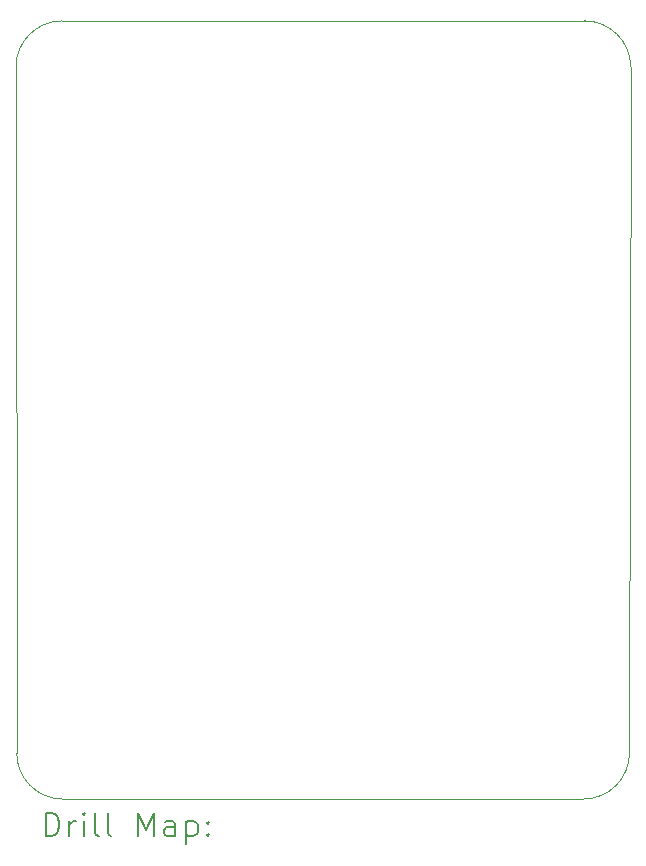
<source format=gbr>
%TF.GenerationSoftware,KiCad,Pcbnew,(6.0.7-1)-1*%
%TF.CreationDate,2023-03-08T09:28:38-05:00*%
%TF.ProjectId,pcb,7063622e-6b69-4636-9164-5f7063625858,rev?*%
%TF.SameCoordinates,Original*%
%TF.FileFunction,Drillmap*%
%TF.FilePolarity,Positive*%
%FSLAX45Y45*%
G04 Gerber Fmt 4.5, Leading zero omitted, Abs format (unit mm)*
G04 Created by KiCad (PCBNEW (6.0.7-1)-1) date 2023-03-08 09:28:38*
%MOMM*%
%LPD*%
G01*
G04 APERTURE LIST*
%ADD10C,0.100000*%
%ADD11C,0.200000*%
G04 APERTURE END LIST*
D10*
X10890000Y-7505770D02*
G75*
G03*
X10500000Y-7895772I0J-390000D01*
G01*
X10505772Y-13704228D02*
G75*
G03*
X10895772Y-14094228I389998J-2D01*
G01*
X15704228Y-7895772D02*
X15694228Y-13704228D01*
X10505772Y-13704228D02*
X10500000Y-7895772D01*
X10890000Y-7505772D02*
X15314228Y-7505772D01*
X15704228Y-7895772D02*
G75*
G03*
X15314228Y-7505772I-389998J2D01*
G01*
X15304228Y-14094228D02*
X10895772Y-14094228D01*
X15304228Y-14094228D02*
G75*
G03*
X15694228Y-13704228I2J389998D01*
G01*
D11*
X10752619Y-14409704D02*
X10752619Y-14209704D01*
X10800238Y-14209704D01*
X10828810Y-14219228D01*
X10847857Y-14238276D01*
X10857381Y-14257324D01*
X10866905Y-14295419D01*
X10866905Y-14323990D01*
X10857381Y-14362085D01*
X10847857Y-14381133D01*
X10828810Y-14400181D01*
X10800238Y-14409704D01*
X10752619Y-14409704D01*
X10952619Y-14409704D02*
X10952619Y-14276371D01*
X10952619Y-14314466D02*
X10962143Y-14295419D01*
X10971667Y-14285895D01*
X10990714Y-14276371D01*
X11009762Y-14276371D01*
X11076429Y-14409704D02*
X11076429Y-14276371D01*
X11076429Y-14209704D02*
X11066905Y-14219228D01*
X11076429Y-14228752D01*
X11085952Y-14219228D01*
X11076429Y-14209704D01*
X11076429Y-14228752D01*
X11200238Y-14409704D02*
X11181190Y-14400181D01*
X11171667Y-14381133D01*
X11171667Y-14209704D01*
X11305000Y-14409704D02*
X11285952Y-14400181D01*
X11276428Y-14381133D01*
X11276428Y-14209704D01*
X11533571Y-14409704D02*
X11533571Y-14209704D01*
X11600238Y-14352562D01*
X11666905Y-14209704D01*
X11666905Y-14409704D01*
X11847857Y-14409704D02*
X11847857Y-14304943D01*
X11838333Y-14285895D01*
X11819286Y-14276371D01*
X11781190Y-14276371D01*
X11762143Y-14285895D01*
X11847857Y-14400181D02*
X11828809Y-14409704D01*
X11781190Y-14409704D01*
X11762143Y-14400181D01*
X11752619Y-14381133D01*
X11752619Y-14362085D01*
X11762143Y-14343038D01*
X11781190Y-14333514D01*
X11828809Y-14333514D01*
X11847857Y-14323990D01*
X11943095Y-14276371D02*
X11943095Y-14476371D01*
X11943095Y-14285895D02*
X11962143Y-14276371D01*
X12000238Y-14276371D01*
X12019286Y-14285895D01*
X12028809Y-14295419D01*
X12038333Y-14314466D01*
X12038333Y-14371609D01*
X12028809Y-14390657D01*
X12019286Y-14400181D01*
X12000238Y-14409704D01*
X11962143Y-14409704D01*
X11943095Y-14400181D01*
X12124048Y-14390657D02*
X12133571Y-14400181D01*
X12124048Y-14409704D01*
X12114524Y-14400181D01*
X12124048Y-14390657D01*
X12124048Y-14409704D01*
X12124048Y-14285895D02*
X12133571Y-14295419D01*
X12124048Y-14304943D01*
X12114524Y-14295419D01*
X12124048Y-14285895D01*
X12124048Y-14304943D01*
M02*

</source>
